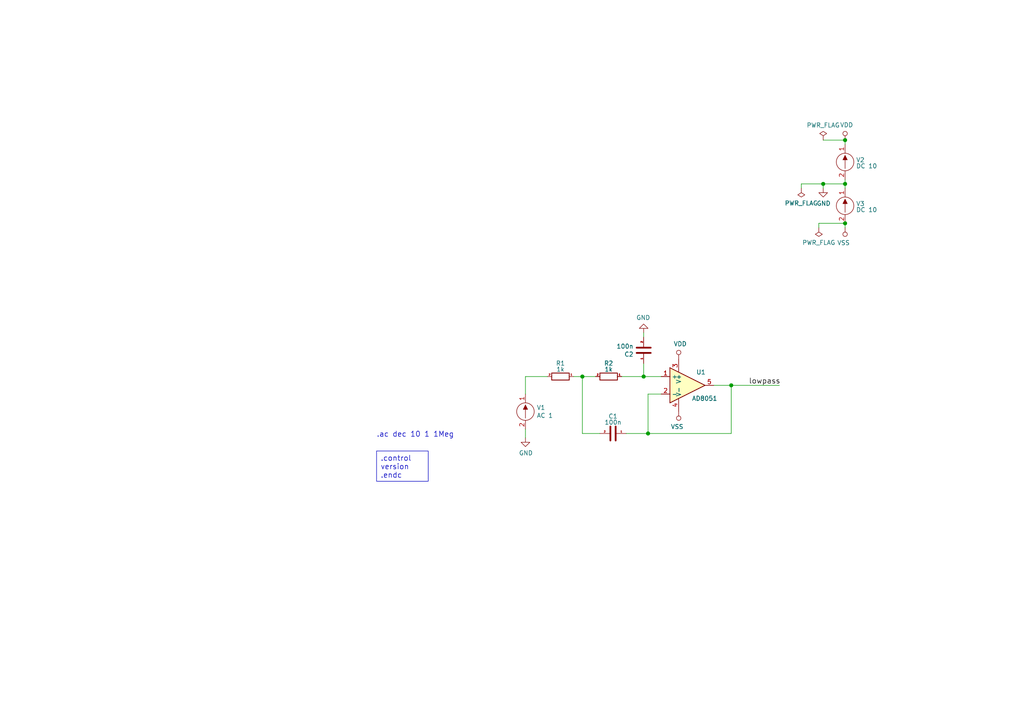
<source format=kicad_sch>
(kicad_sch (version 20220822) (generator eeschema)
  (paper "A4")
  (lib_symbols
    (symbol "C_1" (pin_names (offset 0) hide)
      (property "Reference" "C" (at 0.635 2.54 0))
      (property "Value" "C_1" (at 0.635 -2.54 0))
      (symbol "C_1_0_1"
        (polyline (pts (xy -2.032 -0.762) (xy 2.032 -0.762)) (stroke (width 0.508)))
        (polyline (pts (xy -2.032 0.762) (xy 2.032 0.762)) (stroke (width 0.508)))
      )
      (symbol "C_1_1_1"
        (pin passive line (at 0 3.81 270) (length 2.794) (name "1") (number "1"))
        (pin passive line (at 0 -3.81 90) (length 2.794) (name "2") (number "2"))
      )
    )
    (symbol "R_1" (pin_names (offset 0) hide)
      (property "Reference" "R" (at 2.032 0 90))
      (property "Value" "R_1" (at 0 0 90))
      (symbol "R_1_0_1"
        (rectangle (start -1.016 -2.54) (end 1.016 2.54) (stroke (width 0.254)))
      )
      (symbol "R_1_1_1"
        (pin passive line (at 0 3.81 270) (length 1.27) (name "1") (number "1"))
        (pin passive line (at 0 -3.81 90) (length 1.27) (name "2") (number "2"))
      )
    )
    (symbol "power:PWR_FLAG" (power) (pin_numbers hide) (pin_names (offset 0) hide)
      (property "Value" "PWR_FLAG" (at 0 3.81 0))
      (symbol "PWR_FLAG_0_0"
        (pin power_out line (at 0 0 90) (length 0) (name "pwr") (number "1"))
      )
      (symbol "PWR_FLAG_0_1"
        (polyline (pts (xy 0 0) (xy 0 1.27) (xy -1.016 1.905) (xy 0 2.54) (xy 1.016 1.905) (xy 0 1.27)))
      )
    )
    (symbol "sallen_key_schlib:C" (pin_names (offset 0) hide)
      (property "Reference" "C" (at 0.635 2.54 0))
      (property "Value" "C" (at 0.635 -2.54 0))
      (symbol "C_0_1"
        (polyline (pts (xy -2.032 -0.762) (xy 2.032 -0.762)) (stroke (width 0.508)))
        (polyline (pts (xy -2.032 0.762) (xy 2.032 0.762)) (stroke (width 0.508)))
      )
      (symbol "C_1_1"
        (pin passive line (at 0 3.81 270) (length 2.794) (name "1") (number "1"))
        (pin passive line (at 0 -3.81 90) (length 2.794) (name "2") (number "2"))
      )
    )
    (symbol "sallen_key_schlib:GND" (power) (pin_names (offset 0))
      (property "Value" "GND" (at 0 -3.81 0))
      (symbol "GND_0_1"
        (polyline (pts (xy 0 0) (xy 0 -1.27) (xy 1.27 -1.27) (xy 0 -2.54) (xy -1.27 -1.27) (xy 0 -1.27)))
      )
      (symbol "GND_1_1"
        (pin power_in line (at 0 0 270) (length 0) hide (name "GND") (number "1"))
      )
    )
    (symbol "sallen_key_schlib:Generic_Opamp"
      (property "Reference" "U" (at 0 6.35 0))
      (property "Value" "Generic_Opamp" (at 0 3.81 0))
      (symbol "Generic_Opamp_0_1"
        (polyline (pts (xy -5.08 5.08) (xy 5.08 0) (xy -5.08 -5.08) (xy -5.08 5.08)) (stroke (width 0.254)) (fill (type background)))
      )
      (symbol "Generic_Opamp_1_1"
        (pin input line (at -7.62 2.54 0) (length 2.54) (name "+") (number "1"))
        (pin input line (at -7.62 -2.54 0) (length 2.54) (name "-") (number "2"))
        (pin power_in line (at -2.54 7.62 270) (length 3.81) (name "V+") (number "3"))
        (pin power_in line (at -2.54 -7.62 90) (length 3.81) (name "V-") (number "4"))
        (pin output line (at 7.62 0 180) (length 2.54) (name "~") (number "5"))
      )
    )
    (symbol "sallen_key_schlib:R" (pin_names (offset 0) hide)
      (property "Reference" "R" (at 2.032 0 90))
      (property "Value" "R" (at 0 0 90))
      (symbol "R_0_1"
        (rectangle (start -1.016 -2.54) (end 1.016 2.54) (stroke (width 0.254)))
      )
      (symbol "R_1_1"
        (pin passive line (at 0 3.81 270) (length 1.27) (name "1") (number "1"))
        (pin passive line (at 0 -3.81 90) (length 1.27) (name "2") (number "2"))
      )
    )
    (symbol "sallen_key_schlib:VDD" (power) (pin_names (offset 0))
      (property "Value" "VDD" (at 0 3.81 0))
      (symbol "VDD_0_1"
        (polyline (pts (xy 0 0) (xy 0 1.27)))
        (circle (center 0 1.905) (radius 0.635))
      )
      (symbol "VDD_1_1"
        (pin power_in line (at 0 0 90) (length 0) hide (name "VDD") (number "1"))
      )
    )
    (symbol "sallen_key_schlib:VSOURCE" (pin_names (offset 1.016))
      (property "Reference" "V" (at 5.08 5.08 0))
      (symbol "VSOURCE_0_1"
        (polyline (pts (xy 0 -1.905) (xy 0 1.905)))
        (polyline (pts (xy 0 1.905) (xy -0.635 0.635) (xy 0.635 0.635) (xy 0 1.905)) (fill (type outline)))
        (circle (center 0 0) (radius 2.54))
      )
      (symbol "VSOURCE_1_1"
        (pin input line (at 0 5.08 270) (length 2.54) (name "~") (number "1"))
        (pin input line (at 0 -5.08 90) (length 2.54) (name "~") (number "2"))
      )
    )
    (symbol "sallen_key_schlib:VSS" (power) (pin_names (offset 0))
      (property "Value" "VSS" (at 0 3.81 0))
      (symbol "VSS_0_1"
        (polyline (pts (xy 0 0) (xy 0 1.27)))
        (circle (center 0 1.905) (radius 0.635))
      )
      (symbol "VSS_1_1"
        (pin power_in line (at 0 0 90) (length 0) hide (name "VSS") (number "1"))
      )
    )
  )
  (junction (at 238.76 53.34) (diameter 1.016))
  (junction (at 245.11 40.64) (diameter 1.016))
  (junction (at 245.11 64.77) (diameter 1.016))
  (junction (at 168.91 109.22) (diameter 1.016))
  (junction (at 212.09 111.76) (diameter 1.016))
  (junction (at 245.11 53.34) (diameter 1.016))
  (junction (at 187.96 125.73) (diameter 1.016))
  (junction (at 186.69 109.22) (diameter 1.016))
  (wire (pts (xy 212.09 125.73) (xy 187.96 125.73)))
  (wire (pts (xy 168.91 109.22) (xy 172.72 109.22)))
  (wire (pts (xy 187.96 114.3) (xy 191.77 114.3)))
  (wire (pts (xy 238.76 53.34) (xy 245.11 53.34)))
  (wire (pts (xy 237.49 64.77) (xy 237.49 66.04)))
  (wire (pts (xy 186.69 109.22) (xy 191.77 109.22)))
  (wire (pts (xy 187.96 125.73) (xy 181.61 125.73)))
  (wire (pts (xy 180.34 109.22) (xy 186.69 109.22)))
  (wire (pts (xy 152.4 124.46) (xy 152.4 127)))
  (wire (pts (xy 245.11 64.77) (xy 237.49 64.77)))
  (wire (pts (xy 168.91 125.73) (xy 168.91 109.22)))
  (wire (pts (xy 212.09 125.73) (xy 212.09 111.76)))
  (wire (pts (xy 187.96 125.73) (xy 187.96 114.3)))
  (wire (pts (xy 212.09 111.76) (xy 226.06 111.76)))
  (wire (pts (xy 173.99 125.73) (xy 168.91 125.73)))
  (wire (pts (xy 166.37 109.22) (xy 168.91 109.22)))
  (wire (pts (xy 245.11 52.07) (xy 245.11 53.34)))
  (wire (pts (xy 238.76 53.34) (xy 238.76 54.61)))
  (wire (pts (xy 238.76 40.64) (xy 245.11 40.64)))
  (wire (pts (xy 186.69 105.41) (xy 186.69 109.22)))
  (wire (pts (xy 245.11 53.34) (xy 245.11 54.61)))
  (wire (pts (xy 232.41 53.34) (xy 232.41 54.61)))
  (wire (pts (xy 245.11 66.04) (xy 245.11 64.77)))
  (wire (pts (xy 232.41 53.34) (xy 238.76 53.34)))
  (wire (pts (xy 245.11 40.64) (xy 245.11 41.91)))
  (wire (pts (xy 186.69 96.52) (xy 186.69 97.79)))
  (wire (pts (xy 207.01 111.76) (xy 212.09 111.76)))
  (wire (pts (xy 158.75 109.22) (xy 152.4 109.22)))
  (wire (pts (xy 152.4 109.22) (xy 152.4 114.3)))
  (text_box ".control\nversion\n.endc" (at 109.22 130.81 0) (size 14.986 8.7796) (effects (font (size 1.524 1.524)) (justify left top)))
  (text ".ac dec 10 1 1Meg\n" (at 109.22 127 0) (effects (font (size 1.524 1.524)) (justify left bottom)))
  (label "lowpass" (at 217.17 111.76 0) (effects (font (size 1.524 1.524))))
  (symbol (lib_id "sallen_key_schlib:VSOURCE") (at 152.4 119.38 0) (unit 1)
    (default_instance (reference "U") (unit 1) (value "") (footprint ""))
    (property "Reference" "V1" (at 155.6512 118.2116 0) (effects (justify left)))
    (property "Value" "AC 1" (at 155.6512 120.523 0) (effects (justify left)))
    (property "Fieldname" "Value" (effects hide))
    (property "Spice_Primitive" "V" (effects hide))
    (property "Spice_Node_Sequence" "1 2" (effects hide))
  )
  (symbol (lib_id "sallen_key_schlib:Generic_Opamp") (at 199.39 111.76 0) (unit 1)
    (default_instance (reference "U") (unit 1) (value "") (footprint ""))
    (property "Reference" "U1" (at 201.93 107.95 0) (effects (justify left)))
    (property "Value" "AD8051" (at 200.66 115.57 0) (effects (justify left)))
    (property "Spice_Primitive" "X" (effects hide))
    (property "Spice_Model" "AD8051" (effects hide))
    (property "Spice_Lib_File" "ad8051.lib" (effects hide))
    (property "Spice_Netlist_Enabled" "Y" (effects hide))
  )
  (symbol (lib_id "sallen_key_schlib:VSOURCE") (at 245.11 46.99 0) (unit 1)
    (default_instance (reference "U") (unit 1) (value "") (footprint ""))
    (property "Reference" "V2" (at 248.285 46.3955 0) (effects (justify left)))
    (property "Value" "DC 10" (at 248.285 48.1577 0) (effects (justify left)))
    (property "Fieldname" "Value" (effects hide))
    (property "Spice_Primitive" "V" (effects hide))
    (property "Spice_Node_Sequence" "1 2" (effects hide))
  )
  (symbol (lib_id "sallen_key_schlib:VSOURCE") (at 245.11 59.69 0) (unit 1)
    (default_instance (reference "U") (unit 1) (value "") (footprint ""))
    (property "Reference" "V3" (at 248.285 59.0955 0) (effects (justify left)))
    (property "Value" "DC 10" (at 248.285 60.8577 0) (effects (justify left)))
    (property "Fieldname" "Value" (effects hide))
    (property "Spice_Primitive" "V" (effects hide))
    (property "Spice_Node_Sequence" "1 2" (effects hide))
  )
  (symbol (lib_id "sallen_key_schlib:GND") (at 238.76 54.61 0) (unit 1)
    (default_instance (reference "U") (unit 1) (value "") (footprint ""))
    (property "Reference" "#PWR05" (effects hide))
    (property "Value" "GND" (at 238.887 59.0042 0))
  )
  (symbol (lib_id "sallen_key_schlib:VDD") (at 245.11 40.64 0) (unit 1)
    (default_instance (reference "U") (unit 1) (value "") (footprint ""))
    (property "Reference" "#PWR06" (effects hide))
    (property "Value" "VDD" (at 245.5418 36.2458 0))
  )
  (symbol (lib_id "sallen_key_schlib:VSS") (at 245.11 66.04 180) (unit 1)
    (default_instance (reference "U") (unit 1) (value "") (footprint ""))
    (property "Reference" "#PWR07" (effects hide))
    (property "Value" "VSS" (at 244.6528 70.4342 0))
  )
  (symbol (lib_id "sallen_key_schlib:VDD") (at 196.85 104.14 0) (unit 1)
    (default_instance (reference "U") (unit 1) (value "") (footprint ""))
    (property "Reference" "#PWR03" (effects hide))
    (property "Value" "VDD" (at 197.2818 99.7458 0))
  )
  (symbol (lib_id "sallen_key_schlib:VSS") (at 196.85 119.38 180) (unit 1)
    (default_instance (reference "U") (unit 1) (value "") (footprint ""))
    (property "Reference" "#PWR04" (effects hide))
    (property "Value" "VSS" (at 196.3928 123.7742 0))
  )
  (symbol (lib_id "sallen_key_schlib:R") (at 176.53 109.22 270) (unit 1)
    (default_instance (reference "U") (unit 1) (value "") (footprint ""))
    (property "Reference" "R2" (at 176.53 105.3719 90))
    (property "Value" "1k" (at 176.53 107.1341 90))
    (property "Fieldname" "Value" (effects hide))
    (property "SpiceMapping" "1 2" (effects hide))
    (property "Spice_Primitive" "R" (effects hide))
  )
  (symbol (lib_name "R_1") (lib_id "sallen_key_schlib:R") (at 162.56 109.22 270) (unit 1)
    (default_instance (reference "U") (unit 1) (value "") (footprint ""))
    (property "Reference" "R1" (at 162.56 105.3719 90))
    (property "Value" "1k" (at 162.56 107.1341 90))
    (property "Fieldname" "Value" (effects hide))
    (property "SpiceMapping" "1 2" (effects hide))
    (property "Spice_Primitive" "R" (effects hide))
  )
  (symbol (lib_name "C_1") (lib_id "sallen_key_schlib:C") (at 177.8 125.73 270) (unit 1)
    (default_instance (reference "U") (unit 1) (value "") (footprint ""))
    (property "Reference" "C1" (at 177.8 120.7389 90))
    (property "Value" "100n" (at 177.8 122.5011 90))
  )
  (symbol (lib_id "sallen_key_schlib:C") (at 186.69 101.6 180) (unit 1)
    (default_instance (reference "U") (unit 1) (value "") (footprint ""))
    (property "Reference" "C2" (at 183.769 102.7684 0) (effects (justify left)))
    (property "Value" "100n" (at 183.769 100.457 0) (effects (justify left)))
    (property "Fieldname" "Value" (effects hide))
    (property "Spice_Primitive" "C" (effects hide))
    (property "SpiceMapping" "1 2" (effects hide))
  )
  (symbol (lib_id "sallen_key_schlib:GND") (at 186.69 96.52 180) (unit 1)
    (default_instance (reference "U") (unit 1) (value "") (footprint ""))
    (property "Reference" "#PWR02" (effects hide))
    (property "Value" "GND" (at 186.563 92.1258 0))
  )
  (symbol (lib_id "sallen_key_schlib:GND") (at 152.4 127 0) (unit 1)
    (default_instance (reference "U") (unit 1) (value "") (footprint ""))
    (property "Reference" "#PWR0101" (effects hide))
    (property "Value" "GND" (at 152.527 131.3942 0))
  )
  (symbol (lib_id "power:PWR_FLAG") (at 237.49 66.04 180) (unit 1)
    (default_instance (reference "U") (unit 1) (value "") (footprint ""))
    (property "Reference" "#FLG0101" (effects hide))
    (property "Value" "PWR_FLAG" (at 237.49 70.3644 0))
  )
  (symbol (lib_id "power:PWR_FLAG") (at 238.76 40.64 0) (unit 1)
    (default_instance (reference "U") (unit 1) (value "") (footprint ""))
    (property "Reference" "#FLG0103" (effects hide))
    (property "Value" "PWR_FLAG" (at 238.76 36.3156 0))
  )
  (symbol (lib_id "power:PWR_FLAG") (at 232.41 54.61 180) (unit 1)
    (default_instance (reference "U") (unit 1) (value "") (footprint ""))
    (property "Reference" "#FLG0102" (effects hide))
    (property "Value" "PWR_FLAG" (at 232.41 58.9344 0))
  )
)
</source>
